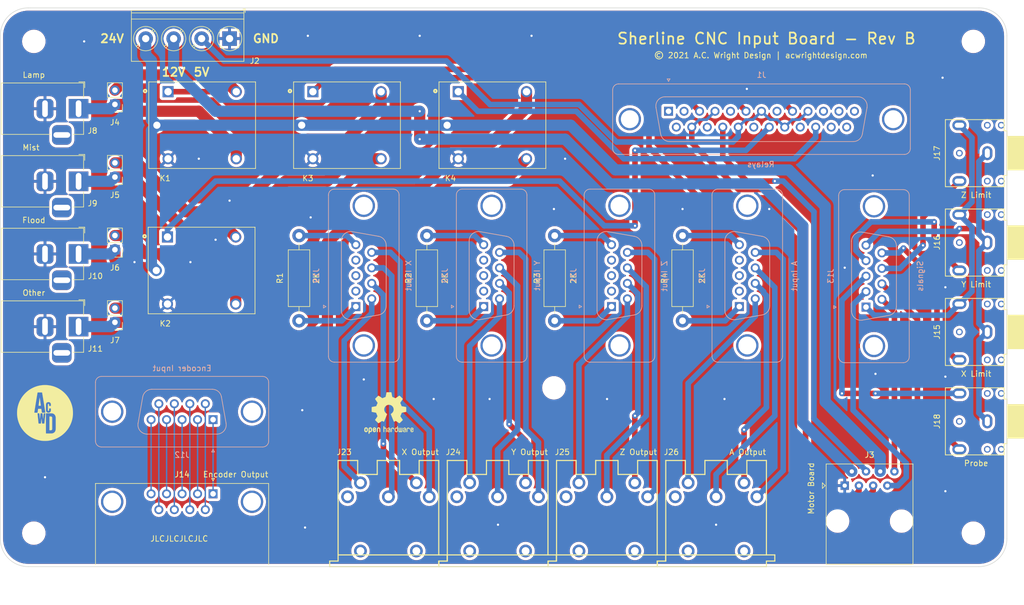
<source format=kicad_pcb>
(kicad_pcb (version 20211014) (generator pcbnew)
  (title_block (title "Sherline CNC Conversion - Input Board") (date "2022-02-10") (rev "B") (company "A.C. Wright Design"))
  (layers (0 "F.Cu" signal) (31 "B.Cu" signal) (34 "B.Paste" user) (35 "F.Paste" user) (36 "B.SilkS" user "B.Silkscreen") (37 "F.SilkS" user "F.Silkscreen") (38 "B.Mask" user) (39 "F.Mask" user) (44 "Edge.Cuts" user))
  (net 0 "")
  (net 3 "FWD")
  (net 4 "FWD_REV_COM")
  (net 6 "Net-(J1-Pad6)")
  (net 7 "5V")
  (net 9 "Net-(J1-Pad9)")
  (net 15 "REV")
  (net 17 "Net-(J1-Pad20)")
  (net 19 "Net-(J1-Pad23)")
  (net 22 "GND")
  (net 23 "24V")
  (net 24 "SPINDLE_COM")
  (net 25 "SPINDLE_0_10V")
  (net 26 "Net-(J4-Pad1)")
  (net 27 "Net-(J4-Pad2)")
  (net 28 "Net-(J5-Pad1)")
  (net 29 "Net-(J5-Pad2)")
  (net 30 "Net-(J10-Pad1)")
  (net 31 "Net-(J6-Pad2)")
  (net 32 "Net-(J11-Pad1)")
  (net 33 "Net-(J7-Pad2)")
  (net 34 "Net-(J12-Pad1)")
  (net 35 "Net-(J12-Pad2)")
  (net 36 "Net-(J12-Pad3)")
  (net 37 "Net-(J12-Pad4)")
  (net 38 "Net-(J12-Pad5)")
  (net 39 "Net-(J12-Pad6)")
  (net 40 "Net-(J12-Pad7)")
  (net 41 "Net-(J12-Pad8)")
  (net 42 "Net-(J12-Pad9)")
  (net 43 "/ACC_24V")
  (net 44 "/PROBE_TRIGGER")
  (net 45 "/Y_LIMIT")
  (net 46 "/ACC_GND")
  (net 47 "/PROBE_DETECT")
  (net 48 "/Z_LIMIT")
  (net 49 "/X_LIMIT")
  (net 50 "Net-(J19-Pad1)")
  (net 54 "Net-(J19-Pad5)")
  (net 55 "Net-(J19-Pad6)")
  (net 56 "Net-(J19-Pad7)")
  (net 57 "Net-(J19-Pad8)")
  (net 58 "Net-(J19-Pad9)")
  (net 59 "Net-(J20-Pad1)")
  (net 63 "Net-(J20-Pad5)")
  (net 64 "Net-(J20-Pad6)")
  (net 65 "Net-(J20-Pad7)")
  (net 66 "Net-(J20-Pad8)")
  (net 67 "Net-(J20-Pad9)")
  (net 68 "Net-(J21-Pad1)")
  (net 72 "Net-(J21-Pad5)")
  (net 73 "Net-(J21-Pad6)")
  (net 74 "Net-(J21-Pad7)")
  (net 75 "Net-(J21-Pad8)")
  (net 76 "Net-(J21-Pad9)")
  (net 77 "Net-(J22-Pad1)")
  (net 81 "Net-(J22-Pad5)")
  (net 82 "Net-(J22-Pad6)")
  (net 83 "Net-(J22-Pad7)")
  (net 84 "Net-(J22-Pad8)")
  (net 85 "Net-(J22-Pad9)")
  (net 90 "12V")
  (footprint "Connector_PinHeader_2.54mm:PinHeader_1x02_P2.54mm_Vertical" (layer "F.Cu") (at 72.5 70.275 180)
    (fp_text reference "J5")
    (fp_text value "Conn_01x02" hide)
  )
  (footprint "Connector_BarrelJack:BarrelJack_Horizontal" (layer "F.Cu") (at 66 58.0425)
    (fp_text reference "J8")
    (fp_text value "Lamp")
  )
  (footprint "PJ-307:PJ-307-3" (layer "F.Cu") (at 225.5 114 180)
    (fp_text reference "J18")
    (fp_text value "Probe")
  )
  (footprint "Connector_PinHeader_2.54mm:PinHeader_1x02_P2.54mm_Vertical" (layer "F.Cu") (at 72.5 57.275 180)
    (fp_text reference "J4")
    (fp_text value "Conn_01x02" hide)
  )
  (footprint "Connector_Dsub:DSUB-9_Female_Horizontal_P2.77x2.84mm_EdgePinOffset9.90mm_Housed_MountingHolesOffset11.32mm" (layer "F.Cu") (at 90.05 126.969669)
    (fp_text reference "J14")
    (fp_text value "Encoder Output")
  )
  (footprint "Connector_PinHeader_2.54mm:PinHeader_1x02_P2.54mm_Vertical" (layer "F.Cu") (at 72.5 96.275 180)
    (fp_text reference "J7")
    (fp_text value "Conn_01x02" hide)
  )
  (footprint "Connector_BarrelJack:BarrelJack_Horizontal" (layer "F.Cu") (at 66 97.0425)
    (fp_text reference "J11")
    (fp_text value "Other")
  )
  (footprint "SRD-05VDC-SL-C:SRD-05VDC-SL-C" (layer "F.Cu") (at 114 61)
    (fp_text reference "K3")
    (fp_text value "SRD-05VDC-SL-C" hide)
  )
  (footprint "Connector_BarrelJack:BarrelJack_Horizontal" (layer "F.Cu") (at 66 71.0425)
    (fp_text reference "J9")
    (fp_text value "Mist")
  )
  (footprint "TerminalBlock_Phoenix:TerminalBlock_Phoenix_PT-1,5-4-5.0-H_1x04_P5.00mm_Horizontal" (layer "F.Cu") (at 93 45.5 180)
    (fp_text reference "J2")
    (fp_text value "Power")
  )
  (footprint "Resistor_THT:R_Axial_DIN0411_L9.9mm_D3.6mm_P15.24mm_Horizontal" (layer "F.Cu") (at 128.28 96 90)
    (fp_text reference "R2")
    (fp_text value "2K")
  )
  (footprint "MountingHole:MountingHole_3.2mm_M3" (layer "F.Cu") (at 58 134)
    (fp_text reference "H2" hide)
    (fp_text value "MountingHole_Pad" hide)
  )
  (footprint "Connector_PinHeader_2.54mm:PinHeader_1x02_P2.54mm_Vertical" (layer "F.Cu") (at 72.5 83.275 180)
    (fp_text reference "J6")
    (fp_text value "Conn_01x02" hide)
  )
  (footprint "Resistor_THT:R_Axial_DIN0411_L9.9mm_D3.6mm_P15.24mm_Horizontal" (layer "F.Cu") (at 105.42 96 90)
    (fp_text reference "R1")
    (fp_text value "2K")
  )
  (footprint "SRD-05VDC-SL-C:SRD-05VDC-SL-C" (layer "F.Cu") (at 88.1 61)
    (fp_text reference "K1")
    (fp_text value "SRD-05VDC-SL-C" hide)
  )
  (footprint "PJ-307:PJ-307-3" (layer "F.Cu") (at 225.5 82 180)
    (fp_text reference "J16")
    (fp_text value "Y Limit")
  )
  (footprint "DIN5-RA-PTH:DIN5-RA-PTH" (layer "F.Cu") (at 121.405671 140)
    (fp_text reference "J23")
    (fp_text value "X Output")
  )
  (footprint "DIN5-RA-PTH:DIN5-RA-PTH" (layer "F.Cu") (at 160.468557 140)
    (fp_text reference "J25")
    (fp_text value "Z Output")
  )
  (footprint "MountingHole:MountingHole_3.2mm_M3" (layer "F.Cu") (at 226 134)
    (fp_text reference "H3" hide)
    (fp_text value "MountingHole_Pad" hide)
  )
  (footprint "MountingHole:MountingHole_3.2mm_M3" (layer "F.Cu") (at 58 46)
    (fp_text reference "H1" hide)
    (fp_text value "MountingHole_Pad" hide)
  )
  (footprint "SRD-05VDC-SL-C:SRD-05VDC-SL-C" (layer "F.Cu") (at 88 87)
    (fp_text reference "K2")
    (fp_text value "SRD-05VDC-SL-C" hide)
  )
  (footprint "PJ-307:PJ-307-3" (layer "F.Cu") (at 225.5 98 180)
    (fp_text reference "J15")
    (fp_text value "X Limit")
  )
  (footprint "Symbol:OSHW-Logo2_9.8x8mm_SilkScreen" (layer "F.Cu") (at 121.5 112.5)
    (fp_text reference "REF**" hide)
    (fp_text value "OSHW-Logo2_9.8x8mm_SilkScreen" hide)
  )
  (footprint "PJ-307:PJ-307-3" (layer "F.Cu") (at 225.5 66 180)
    (fp_text reference "J17")
    (fp_text value "Z Limit")
  )
  (footprint "Connector_BarrelJack:BarrelJack_Horizontal" (layer "F.Cu") (at 66 84.0425)
    (fp_text reference "J10")
    (fp_text value "Flood")
  )
  (footprint "MountingHole:MountingHole_3.2mm_M3" (layer "F.Cu") (at 226 46)
    (fp_text reference "H4" hide)
    (fp_text value "MountingHole_Pad" hide)
  )
  (footprint "A.C. Wright Logo:A.C. Wright Logo 10mm" (layer "F.Cu") (at 60 112.5)
    (fp_text reference "G***" hide)
    (fp_text value "LOGO" hide)
  )
  (footprint "Connector_RJ:RJ45_Amphenol_54602-x08_Horizontal" (layer "F.Cu") (at 203 125.5)
    (fp_text reference "J3")
    (fp_text value "Motor Board")
  )
  (footprint "Resistor_THT:R_Axial_DIN0411_L9.9mm_D3.6mm_P15.24mm_Horizontal" (layer "F.Cu") (at 174 96 90)
    (fp_text reference "R4")
    (fp_text value "2K")
  )
  (footprint "DIN5-RA-PTH:DIN5-RA-PTH" (layer "F.Cu") (at 140.937114 140)
    (fp_text reference "J24")
    (fp_text value "Y Output")
  )
  (footprint "Resistor_THT:R_Axial_DIN0411_L9.9mm_D3.6mm_P15.24mm_Horizontal" (layer "F.Cu") (at 151.14 96 90)
    (fp_text reference "R3")
    (fp_text value "2K")
  )
  (footprint "MountingHole:MountingHole_3.2mm_M3" (layer "F.Cu") (at 151 108)
    (fp_text reference "H5" hide)
    (fp_text value "MountingHole_Pad" hide)
  )
  (footprint "DIN5-RA-PTH:DIN5-RA-PTH" (layer "F.Cu") (at 180 140)
    (fp_text reference "J26")
    (fp_text value "A Output")
  )
  (footprint "SRD-05VDC-SL-C:SRD-05VDC-SL-C" (layer "F.Cu") (at 140 61)
    (fp_text reference "K4")
    (fp_text value "SRD-05VDC-SL-C" hide)
  )
  (footprint "Connector_Dsub:DSUB-9_Female_Vertical_P2.77x2.84mm_MountingHoles" (layer "B.Cu") (at 184.16 93.46 -90)
    (fp_text reference "J22")
    (fp_text value "A Input")
  )
  (footprint "Connector_Dsub:DSUB-25_Female_Vertical_P2.77x2.84mm_MountingHoles" (layer "B.Cu") (at 171.5 58.5 180)
    (fp_text reference "J1")
    (fp_text value "Relays")
  )
  (footprint "Connector_Dsub:DSUB-9_Female_Vertical_P2.77x2.84mm_MountingHoles" (layer "B.Cu") (at 206.809669 93.55 -90)
    (fp_text reference "J13")
    (fp_text value "Signals")
  )
  (footprint "Connector_Dsub:DSUB-9_Female_Vertical_P2.77x2.84mm_MountingHoles" (layer "B.Cu") (at 90.05 113.690331)
    (fp_text reference "J12")
    (fp_text value "Encoder Input")
  )
  (footprint "Connector_Dsub:DSUB-9_Female_Vertical_P2.77x2.84mm_MountingHoles" (layer "B.Cu") (at 161.3 93.46 -90)
    (fp_text reference "J21")
    (fp_text value "Z Input")
  )
  (footprint "Connector_Dsub:DSUB-9_Female_Vertical_P2.77x2.84mm_MountingHoles" (layer "B.Cu") (at 138.44 93.46 -90)
    (fp_text reference "J20")
    (fp_text value "Y Input")
  )
  (footprint "Connector_Dsub:DSUB-9_Female_Vertical_P2.77x2.84mm_MountingHoles" (layer "B.Cu") (at 115.58 93.46 -90)
    (fp_text reference "J19")
    (fp_text value "X Input")
  )
  (gr_arc (start 52 45) (mid 53.464466 41.464466) (end 57 40) (layer "Edge.Cuts") (width 0.1))
  (gr_line (start 52 45) (end 52 135) (layer "Edge.Cuts") (width 0.1))
  (gr_arc (start 57 140) (mid 53.464466 138.535534) (end 52 135) (layer "Edge.Cuts") (width 0.1))
  (gr_line (start 227 40) (end 57 40) (layer "Edge.Cuts") (width 0.1))
  (gr_line (start 57 140) (end 227 140) (layer "Edge.Cuts") (width 0.1))
  (gr_line (start 232 135) (end 232 45) (layer "Edge.Cuts") (width 0.1))
  (gr_arc (start 232 135) (mid 230.535534 138.535534) (end 227 140) (layer "Edge.Cuts") (width 0.1))
  (gr_arc (start 227 40) (mid 230.535534 41.464466) (end 232 45) (layer "Edge.Cuts") (width 0.1))
  (gr_text "12V" (at 83 51.5) (layer "F.SilkS") (effects (font (size 1.5 1.5) (thickness 0.3))))
  (gr_text "JLCJLCJLCJLC" (at 84 135) (layer "F.SilkS") (effects (font (size 1 1))))
  (gr_text "5V" (at 88 51.5) (layer "F.SilkS") (effects (font (size 1.5 1.5) (thickness 0.3))))
  (gr_text "24V" (at 72 45.5) (layer "F.SilkS") (effects (font (size 1.5 1.5) (thickness 0.3))))
  (gr_text "GND" (at 99.5 45.5) (layer "F.SilkS") (effects (font (size 1.5 1.5) (thickness 0.3))))
  (gr_text "Sherline CNC Input Board - Rev B" (at 189 45.5) (layer "F.SilkS") (effects (font (size 2 2) (thickness 0.3))))
  (gr_text "© 2021 A.C. Wright Design | acwrightdesign.com" (at 188 48.5) (layer "F.SilkS") (effects (font (size 1 1))))
  (segment (start 168 58) (end 168 65) (width 1) (layer "F.Cu") (net 3))
  (segment (start 194 81) (end 194 125.348188) (width 1) (layer "F.Cu") (net 3))
  (segment (start 181.5 78.5) (end 191.5 78.5) (width 1) (layer "F.Cu") (net 3))
  (segment (start 174.54 56) (end 170 56) (width 1) (layer "F.Cu") (net 3))
  (segment (start 194 125.348188) (end 197.651812 129) (width 1) (layer "F.Cu") (net 3))
  (segment (start 197.651812 129) (end 205.5 129) (width 1) (layer "F.Cu") (net 3))
  (segment (start 205.5 129) (end 208.08 126.42) (width 1) (layer "F.Cu") (net 3))
  (segment (start 208.08 126.42) (end 208.08 125.5) (width 1) (layer "F.Cu") (net 3))
  (segment (start 170 56) (end 168 58) (width 1) (layer "F.Cu") (net 3))
  (segment (start 168 65) (end 181.5 78.5) (width 1) (layer "F.Cu") (net 3))
  (segment (start 177.04 58.5) (end 174.54 56) (width 1) (layer "F.Cu") (net 3))
  (segment (start 191.5 78.5) (end 194 81) (width 1) (layer "F.Cu") (net 3))
  (segment (start 189.5 72.5) (end 196 79) (width 1) (layer "F.Cu") (net 4))
  (segment (start 184 72.5) (end 189.5 72.5) (width 1) (layer "F.Cu") (net 4))
  (segment (start 175.655 61.34) (end 175.655 64.155) (width 1) (layer "F.Cu") (net 4))
  (segment (start 205.54 126.46) (end 205.54 125.5) (width 1) (layer "F.Cu") (net 4))
  (segment (start 196 79) (end 196 125) (width 1) (layer "F.Cu") (net 4))
  (segment (start 175.655 64.155) (end 184 72.5) (width 1) (layer "F.Cu") (net 4))
  (segment (start 204.5 127.5) (end 205.54 126.46) (width 1) (layer "F.Cu") (net 4))
  (segment (start 196 125) (end 198.5 127.5) (width 1) (layer "F.Cu") (net 4))
  (segment (start 198.5 127.5) (end 204.5 127.5) (width 1) (layer "F.Cu") (net 4))
  (segment (start 178.31 60) (end 179.81 58.5) (width 0.5) (layer "B.Cu") (net 4))
  (segment (start 176.995 60) (end 178.31 60) (width 0.5) (layer "B.Cu") (net 4))
  (segment (start 175.655 61.34) (end 176.995 60) (width 0.5) (layer "B.Cu") (net 4))
  (segment (start 92.5 57) (end 109.5 57) (width 1) (layer "F.Cu") (net 6))
  (segment (start 109.5 57) (end 114 52.5) (width 1) (layer "F.Cu") (net 6))
  (segment (start 90.5 55) (end 92.5 57) (width 1) (layer "F.Cu") (net 6))
  (segment (start 179.35 52.5) (end 185.35 58.5) (width 1) (layer "F.Cu") (net 6))
  (segment (start 82 55) (end 90.5 55) (width 1) (layer "F.Cu") (net 6))
  (segment (start 114 52.5) (end 179.35 52.5) (width 1) (layer "F.Cu") (net 6))
  (segment (start 190.935 60) (end 189.62 60) (width 0.5) (layer "B.Cu") (net 7))
  (segment (start 155.496858 57.30048) (end 162.196378 64) (width 1) (layer "B.Cu") (net 7))
  (segment (start 189.62 60) (end 188.12 58.5) (width 0.5) (layer "B.Cu") (net 7))
  (segment (start 139.579502 57.30048) (end 155.496858 57.30048) (width 1) (layer "B.Cu") (net 7))
  (segment (start 162.196378 64) (end 183 64) (width 1) (layer "B.Cu") (net 7))
  (segment (start 185.305 60) (end 186.62 60) (width 0.5) (layer "B.Cu") (net 7))
  (segment (start 192.275 61.34) (end 193.615 60) (width 0.5) (layer "B.Cu") (net 7))
  (segment (start 183.965 63.035) (end 183.965 61.34) (width 1) (layer "B.Cu") (net 7))
  (segment (start 88 45.5) (end 92 49.5) (width 1) (layer "B.Cu") (net 7))
  (segment (start 192.275 61.34) (end 190.935 60) (width 0.5) (layer "B.Cu") (net 7))
  (segment (start 194.93 60) (end 196.43 58.5) (width 0.5) (layer "B.Cu") (net 7))
  (segment (start 183.965 61.34) (end 185.305 60) (width 0.5) (layer "B.Cu") (net 7))
  (segment (start 131.779022 49.5) (end 139.579502 57.30048) (width 1) (layer "B.Cu") (net 7))
  (segment (start 193.615 60) (end 194.93 60) (width 0.5) (layer "B.Cu") (net 7))
  (segment (start 92 49.5) (end 131.779022 49.5) (width 1) (layer "B.Cu") (net 7))
  (segment (start 183 64) (end 183.965 63.035) (width 1) (layer "B.Cu") (net 7))
  (segment (start 186.62 60) (end 188.12 58.5) (width 0.5) (layer "B.Cu") (net 7))
  (segment (start 186.16 51) (end 111.9 51) (width 1) (layer "F.Cu") (net 9))
  (segment (start 111.9 51) (end 107.9 55) (width 1) (layer "F.Cu") (net 9))
  (segment (start 193.66 58.5) (end 186.16 51) (width 1) (layer "F.Cu") (net 9))
  (segment (start 181.195 66.695) (end 185.5 71) (width 1) (layer "F.Cu") (net 15))
  (segment (start 185.5 71) (end 190.5 71) (width 1) (layer "F.Cu") (net 15))
  (segment (start 181.195 61.34) (end 181.195 66.695) (width 1) (layer "F.Cu") (net 15))
  (via (at 190.5 71) (size 1) (drill 0.4) (layers "F.Cu" "B.Cu") (net 15))
  (segment (start 197.5 113.5) (end 206.81 122.81) (width 1) (layer "B.Cu") (net 15))
  (segment (start 190.5 71) (end 192 71) (width 1) (layer "B.Cu") (net 15))
  (segment (start 197.5 76.5) (end 197.5 113.5) (width 1) (layer "B.Cu") (net 15))
  (segment (start 192 71) (end 197.5 76.5) (width 1) (layer "B.Cu") (net 15))
  (segment (start 206.81 122.81) (end 206.81 122.96) (width 1) (layer "B.Cu") (net 15))
  (segment (start 165.5 65.5) (end 165.5 79) (width 1) (layer "F.Cu") (net 17))
  (via (at 165.5 79) (size 1) (drill 0.4) (layers "F.Cu" "B.Cu") (net 17))
  (via (at 165.5 65.5) (size 1) (drill 0.4) (layers "F.Cu" "B.Cu") (net 17))
  (segment (start 160 79) (end 152 71) (width 1) (layer "B.Cu") (net 17))
  (segment (start 165.5 79) (end 160 79) (width 1) (layer "B.Cu") (net 17))
  (segment (start 81.9 79.6) (end 81.9 81) (width 1) (layer "B.Cu") (net 17))
  (segment (start 90.5 71) (end 81.9 79.6) (width 1) (layer "B.Cu") (net 17))
  (segment (start 185.345 65.5) (end 189.505 61.34) (width 1) (layer "B.Cu") (net 17))
  (segment (start 152 71) (end 90.5 71) (width 1) (layer "B.Cu") (net 17))
  (segment (start 165.5 65.5) (end 185.345 65.5) (width 1) (layer "B.Cu") (net 17))
  (segment (start 194 67) (end 197.815 63.185) (width 1) (layer "B.Cu") (net 19))
  (segment (start 163.5 67) (end 194 67) (width 1) (layer "B.Cu") (net 19))
  (segment (start 137.4 58.5) (end 155 58.5) (width 1) (layer "B.Cu") (net 19))
  (segment (start 155 58.5) (end 163.5 67) (width 1) (layer "B.Cu") (net 19))
  (segment (start 133.9 55) (end 137.4 58.5) (width 1) (layer "B.Cu") (net 19))
  (segment (start 197.815 63.185) (end 197.815 61.34) (width 1) (layer "B.Cu") (net 19))
  (via (at 221 126.5) (size 1) (drill 0.4) (layers "F.Cu" "B.Cu") (net 22))
  (via (at 139.5 110) (size 1) (drill 0.4) (layers "F.Cu" "B.Cu") (net 22))
  (via (at 221 90) (size 1) (drill 0.4) (layers "F.Cu" "B.Cu") (net 22))
  (via (at 129.5 110) (size 1) (drill 0.4) (layers "F.Cu" "B.Cu") (net 22))
  (via (at 147 45) (size 1) (drill 0.4) (layers "F.Cu" "B.Cu") (net 22))
  (via (at 208 70) (size 1) (drill 0.4) (layers "F.Cu" "B.Cu") (net 22))
  (via (at 221 106) (size 1) (drill 0.4) (layers "F.Cu" "B.Cu") (net 22))
  (via (at 181.5 110) (size 1) (drill 0.4) (layers "F.Cu" "B.Cu") (net 22))
  (via (at 107.5 77.5) (size 1) (drill 0.4) (layers "F.Cu" "B.Cu") (net 22))
  (via (at 60 124) (size 1) (drill 0.4) (layers "F.Cu" "B.Cu") (net 22))
  (via (at 117 106.5) (size 1) (drill 0.4) (layers "F.Cu" "B.Cu") (net 22))
  (via (at 220.5 52.5) (size 1) (drill 0.4) (layers "F.Cu" "B.Cu") (net 22))
  (via (at 67 46) (size 1) (drill 0.4) (layers "F.Cu" "B.Cu") (net 22))
  (via (at 160.5 110) (size 1) (drill 0.4) (layers "F.Cu" "B.Cu") (net 22))
  (via (at 203 86.5) (size 1) (drill 0.4) (layers "F.Cu" "B.Cu") (net 22))
  (via (at 76 85.5) (size 1) (drill 0.4) (layers "F.Cu" "B.Cu") (net 22))
  (via (at 90.5 81.5) (size 1) (drill 0.4) (layers "F.Cu" "B.Cu") (net 22))
  (via (at 86 85.5) (size 1) (drill 0.4) (layers "F.Cu" "B.Cu") (net 22))
  (via (at 174 76) (size 1) (drill 0.4) (layers "F.Cu" "B.Cu") (net 22))
  (via (at 106.5 133) (size 1) (drill 0.4) (layers "F.Cu" "B.Cu") (net 22))
  (via (at 127 45) (size 1) (drill 0.4) (layers "F.Cu" "B.Cu") (net 22))
  (via (at 87.5 67) (size 1) (drill 0.4) (layers "F.Cu" "B.Cu") (net 22))
  (via (at 141 132.5) (size 1) (drill 0.4) (layers "F.Cu" "B.Cu") (net 22))
  (via (at 208.5 105.5) (size 1) (drill 0.4) (layers "F.Cu" "B.Cu") (net 22))
  (via (at 107 45) (size 1) (drill 0.4) (layers "F.Cu" "B.Cu") (net 22))
  (via (at 151 76) (size 1) (drill 0.4) (layers "F.Cu" "B.Cu") (net 22))
  (via (at 153 67) (size 1) (drill 0.4) (layers "F.Cu" "B.Cu") (net 22))
  (via (at 185.5 54.5) (size 1) (drill 0.4) (layers "F.Cu" "B.Cu") (net 22))
  (via (at 93 74.5) (size 1) (drill 0.4) (layers "F.Cu" "B.Cu") (net 22))
  (via (at 106 112) (size 1) (drill 0.4) (layers "F.Cu" "B.Cu") (net 22))
  (via (at 189.5 76) (size 1) (drill 0.4) (layers "F.Cu" "B.Cu") (net 22))
  (via (at 180 132.5) (size 1) (drill 0.4) (layers "F.Cu" "B.Cu") (net 22))
  (segment (start 79.0325 60.0325) (end 80 61) (width 2) (layer "B.Cu") (net 23))
  (segment (start 105.9 61) (end 131.9 61) (width 2) (layer "B.Cu") (net 23))
  (segment (start 199.5 110.5) (end 209.35 120.35) (width 2) (layer "B.Cu") (net 23))
  (segment (start 80 61) (end 79.0325 61.9675) (width 2) (layer "B.Cu") (net 23))
  (segment (start 209.35 120.35) (end 209.35 122.96) (width 2) (layer "B.Cu") (net 23))
  (segment (start 79.0325 86.1325) (end 79.9 87) (width 2) (layer "B.Cu") (net 23))
  (segment (start 193 69) (end 199.5 75.5) (width 2) (layer "B.Cu") (net 23))
  (segment (start 79.0325 61.9675) (end 79.0325 86.1325) (width 2) (layer "B.Cu") (net 23))
  (segment (start 154 61) (end 162 69) (width 2) (layer "B.Cu") (net 23))
  (segment (start 80 61) (end 105.9 61) (width 2) (layer "B.Cu") (net 23))
  (segment (start 78 45.5) (end 78 48.435) (width 2) (layer "B.Cu") (net 23))
  (segment (start 131.9 61) (end 154 61) (width 2) (layer "B.Cu") (net 23))
  (segment (start 79.0325 49.4675) (end 79.0325 60.0325) (width 2) (layer "B.Cu") (net 23))
  (segment (start 78 48.435) (end 79.0325 49.4675) (width 2) (layer "B.Cu") (net 23))
  (segment (start 162 69) (end 193 69) (width 2) (layer "B.Cu") (net 23))
  (segment (start 199.5 75.5) (end 199.5 110.5) (width 2) (layer "B.Cu") (net 23))
  (segment (start 212.5 125.5) (end 210.62 125.5) (width 1) (layer "B.Cu") (net 24))
  (segment (start 204.5 112) (end 214 121.5) (width 1) (layer "B.Cu") (net 24))
  (segment (start 214 121.5) (end 214 124) (width 1) (layer "B.Cu") (net 24))
  (segment (start 204.5 93.089669) (end 204.5 112) (width 1) (layer "B.Cu") (net 24))
  (segment (start 214 124) (end 212.5 125.5) (width 1) (layer "B.Cu") (net 24))
  (segment (start 206.809669 90.78) (end 204.5 93.089669) (width 1) (layer "B.Cu") (net 24))
  (segment (start 209.649669 92.165) (end 211.89 94.405331) (width 1) (layer "F.Cu") (net 25))
  (segment (start 211.89 94.405331) (end 211.89 122.96) (width 1) (layer "F.Cu") (net 25))
  (segment (start 87.5 58.5) (end 94.2 65.2) (width 2) (layer "F.Cu") (net 26))
  (segment (start 75.775 57.275) (end 77 58.5) (width 2) (layer "F.Cu") (net 26))
  (segment (start 72.5 57.275) (end 75.775 57.275) (width 2) (layer "F.Cu") (net 26))
  (segment (start 94.2 65.2) (end 94.2 67) (width 2) (layer "F.Cu") (net 26))
  (segment (start 77 58.5) (end 87.5 58.5) (width 2) (layer "F.Cu") (net 26))
  (segment (start 66 58.0425) (end 71.7325 58.0425) (width 2) (layer "B.Cu") (net 26))
  (segment (start 71.7325 58.0425) (end 72.5 57.275) (width 2) (layer "B.Cu") (net 26))
  (segment (start 75.235 52) (end 91.2 52) (width 2) (layer "F.Cu") (net 27))
  (segment (start 72.5 54.735) (end 75.235 52) (width 2) (layer "F.Cu") (net 27))
  (segment (start 91.2 52) (end 94.2 55) (width 2) (layer "F.Cu") (net 27))
  (segment (start 72.5 70.275) (end 75.554022 70.275) (width 2) (layer "F.Cu") (net 28))
  (segment (start 94.1 88.820978) (end 94.1 93) (width 2) (layer "F.Cu") (net 28))
  (segment (start 75.554022 70.275) (end 94.1 88.820978) (width 2) (layer "F.Cu") (net 28))
  (segment (start 71.7325 71.0425) (end 72.5 70.275) (width 2) (layer "B.Cu") (net 28))
  (segment (start 66 71.0425) (end 71.7325 71.0425) (width 2) (layer "B.Cu") (net 28))
  (segment (start 89.6 76.5) (end 94.1 81) (width 2) (layer "F.Cu") (net 29))
  (segment (start 85.265 76.5) (end 89.6 76.5) (width 2) (layer "F.Cu") (net 29))
  (segment (start 76.5 67.735) (end 85.265 76.5) (width 2) (layer "F.Cu") (net 29))
  (segment (start 72.5 67.735) (end 76.5 67.735) (width 2) (layer "F.Cu") (net 29))
  (segment (start 96.5 99.5) (end 99.5 96.5) (width 2) (layer "F.Cu") (net 30))
  (segment (start 103 71) (end 110.5 71) (width 2) (layer "F.Cu") (net 30))
  (segment (start 110.5 71) (end 114.5 67) (width 2) (layer "F.Cu") (net 30))
  (segment (start 77.5 90) (end 83 90) (width 2) (layer "F.Cu") (net 30))
  (segment (start 72.5 85) (end 77.5 90) (width 2) (layer "F.Cu") (net 30))
  (segment (start 72.5 83.275) (end 72.5 85) (width 2) (layer "F.Cu") (net 30))
  (segment (start 92.5 99.5) (end 96.5 99.5) (width 2) (layer "F.Cu") (net 30))
  (segment (start 114.5 67) (end 120.1 67) (width 2) (layer "F.Cu") (net 30))
  (segment (start 99.5 96.5) (end 99.5 74.5) (width 2) (layer "F.Cu") (net 30))
  (segment (start 83 90) (end 92.5 99.5) (width 2) (layer "F.Cu") (net 30))
  (segment (start 99.5 74.5) (end 103 71) (width 2) (layer "F.Cu") (net 30))
  (segment (start 66 84.0425) (end 71.7325 84.0425) (width 2) (layer "B.Cu") (net 30))
  (segment (start 71.7325 84.0425) (end 72.5 83.275) (width 2) (layer "B.Cu") (net 30))
  (segment (start 80.5 84) (end 78 84) (width 2) (layer "F.Cu") (net 31))
  (segment (start 120.1 55) (end 120.1 57.4) (width 2) (layer "F.Cu") (net 31))
  (segment (start 114 63.5) (end 107 63.5) (width 2) (layer "F.Cu") (net 31))
  (segment (start 107 63.5) (end 97 73.5) (width 2) (layer "F.Cu") (net 31))
  (segment (start 78 84) (end 74.735 80.735) (width 2) (layer "F.Cu") (net 31))
  (segment (start 95.5 97) (end 93.5 97) (width 2) (layer "F.Cu") (net 31))
  (segment (start 97 95.5) (end 95.5 97) (width 2) (layer "F.Cu") (net 31))
  (segment (start 120.1 57.4) (end 114 63.5) (width 2) (layer "F.Cu") (net 31))
  (segment (start 74.735 80.735) (end 72.5 80.735) (width 2) (layer "F.Cu") (net 31))
  (segment (start 93.5 97) (end 80.5 84) (width 2) (layer "F.Cu") (net 31))
  (segment (start 97 73.5) (end 97 95.5) (width 2) (layer "F.Cu") (net 31))
  (segment (start 142.6 70.5) (end 146.1 67) (width 2) (layer "F.Cu") (net 32))
  (segment (start 123.5 79.5) (end 132.5 70.5) (width 2) (layer "F.Cu") (net 32))
  (segment (start 77.025 96.275) (end 79.25 98.5) (width 2) (layer "F.Cu") (net 32))
  (segment (start 113 79.5) (end 123.5 79.5) (width 2) (layer "F.Cu") (net 32))
  (segment (start 110.5 97) (end 110.5 82) (width 2) (layer "F.Cu") (net 32))
  (segment (start 90.5 104.5) (end 103 104.5) (width 2) (layer "F.Cu") (net 32))
  (segment (start 79.25 98.5) (end 84.5 98.5) (width 2) (layer "F.Cu") (net 32))
  (segment (start 84.5 98.5) (end 90.5 104.5) (width 2) (layer "F.Cu") (net 32))
  (segment (start 110.5 82) (end 113 79.5) (width 2) (layer "F.Cu") (net 32))
  (segment (start 132.5 70.5) (end 142.6 70.5) (width 2) (layer "F.Cu") (net 32))
  (segment (start 72.5 96.275) (end 77.025 96.275) (width 2) (layer "F.Cu") (net 32))
  (segment (start 103 104.5) (end 110.5 97) (width 2) (layer "F.Cu") (net 32))
  (segment (start 66 97.0425) (end 71.7325 97.0425) (width 2) (layer "B.Cu") (net 32))
  (segment (start 71.7325 97.0425) (end 72.5 96.275) (width 2) (layer "B.Cu") (net 32))
  (segment (start 140 64) (end 146.1 57.9) (width 2) (layer "F.Cu") (net 33))
  (segment (start 97.555296 102) (end 102 97.555296) (width 2) (layer "F.Cu") (net 33))
  (segment (start 102 97.555296) (end 102 75.5) (width 2) (layer "F.Cu") (net 33))
  (segment (start 91.5 102) (end 97.555296 102) (width 2) (layer "F.Cu") (net 33))
  (segment (start 80.5 96) (end 85.5 96) (width 2) (layer "F.Cu") (net 33))
  (segment (start 85.5 96) (end 91.5 102) (width 2) (layer "F.Cu") (net 33))
  (segment (start 132 64) (end 140 64) (width 2) (layer "F.Cu") (net 33))
  (segment (start 146.1 57.9) (end 146.1 55) (width 2) (layer "F.Cu") (net 33))
  (segment (start 78.235 93.735) (end 80.5 96) (width 2) (layer "F.Cu") (net 33))
  (segment (start 111.805296 73.5) (end 115.305296 70) (width 2) (layer "F.Cu") (net 33))
  (segment (start 72.5 93.735) (end 78.235 93.735) (width 2) (layer "F.Cu") (net 33))
  (segment (start 104 73.5) (end 111.805296 73.5) (width 2) (layer "F.Cu") (net 33))
  (segment (start 126 70) (end 132 64) (width 2) (layer "F.Cu") (net 33))
  (segment (start 102 75.5) (end 104 73.5) (width 2) (layer "F.Cu") (net 33))
  (segment (start 115.305296 70) (end 126 70) (width 2) (layer "F.Cu") (net 33))
  (segment (start 90.05 113.690331) (end 90.05 126.969669) (width 0.25) (layer "B.Cu") (net 34))
  (segment (start 87.28 113.690331) (end 87.28 126.969669) (width 0.25) (layer "B.Cu") (net 35))
  (segment (start 84.51 113.690331) (end 84.51 126.969669) (width 0.25) (layer "B.Cu") (net 36))
  (segment (start 81.74 113.690331) (end 81.74 126.969669) (width 0.25) (layer "B.Cu") (net 37))
  (segment (start 78.97 113.690331) (end 78.97 126.969669) (width 0.25) (layer "B.Cu") (net 38))
  (segment (start 88.665 110.850331) (end 88.665 129.809669) (width 0.25) (layer "B.Cu") (net 39))
  (segment (start 85.895 110.850331) (end 85.895 129.809669) (width 0.25) (layer "B.Cu") (net 40))
  (segment (start 83.125 110.850331) (end 83.125 129.809669) (width 0.25) (layer "B.Cu") (net 41))
  (segment (start 80.355 110.850331) (end 80.355 129.809669) (width 0.25) (layer "B.Cu") (net 42))
  (segment (start 206.809669 93.55) (end 208.259669 95) (width 1) (layer "B.Cu") (net 43))
  (segment (start 221.5 95) (end 223.5 93) (width 1) (layer "B.Cu") (net 43))
  (segment (start 208.259669 95) (end 221.5 95) (width 1) (layer "B.Cu") (net 43))
  (segment (start 225.75 74.75) (end 223.5 77) (width 1) (layer "B.Cu") (net 43))
  (segment (start 225.75 79.25) (end 225.75 90.75) (width 1) (layer "B.Cu") (net 43))
  (segment (start 225.75 90.75) (end 223.5 93) (width 1) (layer "B.Cu") (net 43))
  (segment (start 223.5 61) (end 225.75 63.25) (width 1) (layer "B.Cu") (net 43))
  (segment (start 225.75 63.25) (end 225.75 74.75) (width 1) (layer "B.Cu") (net 43))
  (segment (start 223.5 77) (end 225.75 79.25) (width 1) (layer "B.Cu") (net 43))
  (segment (start 202.5 109) (end 208.5 109) (width 1) (layer "F.Cu") (net 44))
  (via (at 208.5 109) (size 1) (drill 0.4) (layers "F.Cu" "B.Cu") (net 44))
  (via (at 202.5 109) (size 1) (drill 0.4) (layers "F.Cu" "B.Cu") (net 44))
  (segment (start 206.809669 88.01) (end 202.5 92.319669) (width 1) (layer "B.Cu") (net 44))
  (segment (start 208.5 109) (end 223.5 109) (width 1) (layer "B.Cu") (net 44))
  (segment (start 202.5 92.319669) (end 202.5 109) (width 1) (layer "B.Cu") (net 44))
  (segment (start 219 82.5) (end 223.5 87) (width 1) (layer "F.Cu") (net 45))
  (segment (start 219 78.30048) (end 219 82.5) (width 1) (layer "F.Cu") (net 45))
  (via (at 219 78.30048) (size 1) (drill 0.4) (layers "F.Cu" "B.Cu") (net 45))
  (segment (start 205 83.430331) (end 205 81) (width 1) (layer "B.Cu") (net 45))
  (segment (start 207.69952 78.30048) (end 219 78.30048) (width 1) (layer "B.Cu") (net 45))
  (segment (start 205 81) (end 207.69952 78.30048) (width 1) (layer "B.Cu") (net 45))
  (segment (start 206.809669 85.24) (end 205 83.430331) (width 1) (layer "B.Cu") (net 45))
  (segment (start 223.5 79.5) (end 226 79.5) (width 1) (layer "F.Cu") (net 46))
  (segment (start 226 79.5) (end 228.5 82) (width 1) (layer "F.Cu") (net 46))
  (via (at 223.5 79.5) (size 1) (drill 0.4) (layers "F.Cu" "B.Cu") (net 46))
  (segment (start 227 96.5) (end 228.5 98) (width 1) (layer "B.Cu") (net 46))
  (segment (start 228.5 66) (end 227 67.5) (width 1) (layer "B.Cu") (net 46))
  (segment (start 227 67.5) (end 227 80.5) (width 1) (layer "B.Cu") (net 46))
  (segment (start 228.5 98) (end 227 99.5) (width 1) (layer "B.Cu") (net 46))
  (segment (start 206.809669 82.47) (end 209.279669 80) (width 1) (layer "B.Cu") (net 46))
  (segment (start 227 99.5) (end 227 112.5) (width 1) (layer "B.Cu") (net 46))
  (segment (start 228.5 82) (end 227 83.5) (width 1) (layer "B.Cu") (net 46))
  (segment (start 223 80) (end 223.5 79.5) (width 1) (layer "B.Cu") (net 46))
  (segment (start 227 80.5) (end 228.5 82) (width 1) (layer "B.Cu") (net 46))
  (segment (start 227 83.5) (end 227 96.5) (width 1) (layer "B.Cu") (net 46))
  (segment (start 227 112.5) (end 228.5 114) (width 1) (layer "B.Cu") (net 46))
  (segment (start 209.279669 80) (end 223 80) (width 1) (layer "B.Cu") (net 46))
  (segment (start 216 95.745331) (end 216 111.5) (width 1) (layer "F.Cu") (net 47))
  (segment (start 209.649669 89.395) (end 216 95.745331) (width 1) (layer "F.Cu") (net 47))
  (segment (start 216 111.5) (end 223.5 119) (width 1) (layer "F.Cu") (net 47))
  (segment (start 217 82.5) (end 217 77.5) (width 1) (layer "F.Cu") (net 48))
  (segment (start 217 77.5) (end 223.5 71) (width 1) (layer "F.Cu") (net 48))
  (via (at 217 82.5) (size 1) (drill 0.4) (layers "F.Cu" "B.Cu") (net 48))
  (segment (start 212.875 86.625) (end 217 82.5) (width 1) (layer "B.Cu") (net 48))
  (segment (start 209.649669 86.625) (end 212.875 86.625) (width 1) (layer "B.Cu") (net 48))
  (segment (start 223 103) (end 223.5 103) (width 1) (layer "F.Cu") (net 49))
  (segment (start 213.5 83) (end 219.5 89) (width 1) (layer "F.Cu") (net 49))
  (segment (start 219.5 89) (end 219.5 99.5) (width 1) (layer "F.Cu") (net 49))
  (segment (start 219.5 99.5) (end 223 103) (width 1) (layer "F.Cu") (net 49))
  (via (at 213.5 83) (size 1) (drill 0.4) (layers "F.Cu" "B.Cu") (net 49))
  (segment (start 209.649669 83.855) (end 212.645 83.855) (width 1) (layer "B.Cu") (net 49))
  (segment (start 212.645 83.855) (end 213.5 83) (width 1) (layer "B.Cu") (net 49))
  (segment (start 105.42 96) (end 113.04 96) (width 1) (layer "B.Cu") (net 50))
  (segment (start 113.04 96) (end 115.58 93.46) (width 1) (layer "B.Cu") (net 50))
  (segment (start 105.42 80.76) (end 113.96 80.76) (width 1) (layer "B.Cu") (net 54))
  (segment (start 113.96 80.76) (end 115.58 82.38) (width 1) (layer "B.Cu") (net 54))
  (segment (start 113.5 99.554022) (end 113.5 122.094349) (width 1) (layer "B.Cu") (net 55))
  (segment (start 118.42 92.075) (end 118.42 94.634022) (width 1) (layer "B.Cu") (net 55))
  (segment (start 118.42 94.634022) (end 113.5 99.554022) (width 1) (layer "B.Cu") (net 55))
  (segment (start 113.5 122.094349) (end 116.406951 125.0013) (width 1) (layer "B.Cu") (net 55))
  (segment (start 120.5 118) (end 120.5 119.096909) (width 1) (layer "F.Cu") (net 56))
  (segment (start 120.5 119.096909) (end 126.404391 125.0013) (width 1) (layer "F.Cu") (net 56))
  (via (at 120.5 118) (size 1) (drill 0.4) (layers "F.Cu" "B.Cu") (net 56))
  (segment (start 120.5 91.385) (end 120.5 98.5) (width 1) (layer "B.Cu") (net 56))
  (segment (start 120.5 98.5) (end 120.5 118) (width 1) (layer "B.Cu") (net 56))
  (segment (start 118.42 89.305) (end 120.5 91.385) (width 1) (layer "B.Cu") (net 56))
  (segment (start 118.42 86.535) (end 120.535 86.535) (width 1) (layer "B.Cu") (net 57))
  (segment (start 122 88) (end 122 126.906331) (width 1) (layer "B.Cu") (net 57))
  (segment (start 120.535 86.535) (end 122 88) (width 1) (layer "B.Cu") (net 57))
  (segment (start 122 126.906331) (end 121.405671 127.50066) (width 1) (layer "B.Cu") (net 57))
  (segment (start 123.5 85.5) (end 123.5 110.5) (width 1) (layer "B.Cu") (net 58))
  (segment (start 121.765 83.765) (end 123.5 85.5) (width 1) (layer "B.Cu") (net 58))
  (segment (start 128.705631 115.705631) (end 128.705631 127.50066) (width 1) (layer "B.Cu") (net 58))
  (segment (start 123.5 110.5) (end 128.705631 115.705631) (width 1) (layer "B.Cu") (net 58))
  (segment (start 118.42 83.765) (end 121.765 83.765) (width 1) (layer "B.Cu") (net 58))
  (segment (start 128.28 96) (end 135.9 96) (width 1) (layer "B.Cu") (net 59))
  (segment (start 135.9 96) (end 138.44 93.46) (width 1) (layer "B.Cu") (net 59))
  (segment (start 136.82 80.76) (end 138.44 82.38) (width 1) (layer "B.Cu") (net 63))
  (segment (start 128.28 80.76) (end 136.82 80.76) (width 1) (layer "B.Cu") (net 63))
  (segment (start 135.938394 100.52392) (end 135.938394 125.0013) (width 1) (layer "B.Cu") (net 64))
  (segment (start 141.28 95.182314) (end 135.938394 100.52392) (width 1) (layer "B.Cu") (net 64))
  (segment (start 141.28 92.075) (end 141.28 95.182314) (width 1) (layer "B.Cu") (net 64))
  (segment (start 145.935834 117.435834) (end 145.935834 125.0013) (width 1) (layer "F.Cu") (net 65))
  (segment (start 143 114.5) (end 145.935834 117.435834) (width 1) (layer "F.Cu") (net 65))
  (via (at 143 114.5) (size 1) (drill 0.4) (layers "F.Cu" "B.Cu") (net 65))
  (segment (start 143 91.025) (end 143 114.5) (width 1) (layer "B.Cu") (net 65))
  (segment (start 141.28 89.305) (end 143 91.025) (width 1) (layer "B.Cu") (net 65))
  (segment (start 140.937114 119.062886) (end 140.937114 127.50066) (width 1) (layer "B.Cu") (net 66))
  (segment (start 144.5 89.755) (end 144.5 115.5) (width 1) (layer "B.Cu") (net 66))
  (segment (start 141.28 86.535) (end 144.5 89.755) (width 1) (layer "B.Cu") (net 66))
  (segment (start 144.5 115.5) (end 140.937114 119.062886) (width 1) (layer "B.Cu") (net 66))
  (segment (start 144.765 83.765) (end 146 85) (width 1) (layer "B.Cu") (net 67))
  (segment (start 146 115.5) (end 148.237074 117.737074) (width 1) (layer "B.Cu") (net 67))
  (segment (start 146 85) (end 146 115.5) (width 1) (layer "B.Cu") (net 67))
  (segment (start 148.237074 117.737074) (end 148.237074 127.50066) (width 1) (layer "B.Cu") (net 67))
  (segment (start 141.28 83.765) (end 144.765 83.765) (width 1) (layer "B.Cu") (net 67))
  (segment (start 158.76 96) (end 161.3 93.46) (width 1) (layer "B.Cu") (net 68))
  (segment (start 151.14 96) (end 158.76 96) (width 1) (layer "B.Cu") (net 68))
  (segment (start 151.14 80.76) (end 159.68 80.76) (width 1) (layer "B.Cu") (net 72))
  (segment (start 159.68 80.76) (end 161.3 82.38) (width 1) (layer "B.Cu") (net 72))
  (segment (start 164.14 95.182314) (end 155.469837 103.852477) (width 1) (layer "B.Cu") (net 73))
  (segment (start 164.14 92.075) (end 164.14 95.182314) (width 1) (layer "B.Cu") (net 73))
  (segment (start 155.469837 103.852477) (end 155.469837 125.0013) (width 1) (layer "B.Cu") (net 73))
  (segment (start 165.467277 113.032723) (end 165.467277 125.0013) (width 1) (layer "F.Cu") (net 74))
  (segment (start 165.5 113) (end 165.467277 113.032723) (width 1) (layer "F.Cu") (net 74))
  (via (at 165.5 113) (size 1) (drill 0.4) (layers "F.Cu" "B.Cu") (net 74))
  (segment (start 166 112.5) (end 165.5 113) (width 1) (layer "B.Cu") (net 74))
  (segment (start 166 97.5) (end 166 112.5) (width 1) (layer "B.Cu") (net 74))
  (segment (start 164.14 89.305) (end 166 91.165) (width 1) (layer "B.Cu") (net 74))
  (segment (start 166 91.165) (end 166 97.5) (width 1) (layer "B.Cu") (net 74))
  (segment (start 164.14 86.535) (end 167.5 89.895) (width 1) (layer "B.Cu") (net 75))
  (segment (start 167.5 89.895) (end 167.5 113) (width 1) (layer "B.Cu") (net 75))
  (segment (start 160.468557 120.031443) (end 160.468557 127.50066) (width 1) (layer "B.Cu") (net 75))
  (segment (start 167.5 113) (end 160.468557 120.031443) (width 1) (layer "B.Cu") (net 75))
  (segment (start 167.765 83.765) (end 169 85) (width 1) (layer "B.Cu") (net 76))
  (segment (start 169 126.269177) (end 167.768517 127.50066) (width 1) (layer "B.Cu") (net 76))
  (segment (start 164.14 83.765) (end 167.765 83.765) (width 1) (layer "B.Cu") (net 76))
  (segment (start 169 85) (end 169 126.269177) (width 1) (layer "B.Cu") (net 76))
  (segment (start 181.62 96) (end 184.16 93.46) (width 1) (layer "B.Cu") (net 77))
  (segment (start 174 96) (end 181.62 96) (width 1) (layer "B.Cu") (net 77))
  (segment (start 174 80.76) (end 182.54 80.76) (width 1) (layer "B.Cu") (net 81))
  (segment (start 182.54 80.76) (end 184.16 82.38) (width 1) (layer "B.Cu") (net 81))
  (segment (start 187 95.182314) (end 175.00128 107.181034) (width 1) (layer "B.Cu") (net 82))
  (segment (start 175.00128 107.181034) (end 175.00128 125.0013) (width 1) (layer "B.Cu") (net 82))
  (segment (start 187 92.075) (end 187 95.182314) (width 1) (layer "B.Cu") (net 82))
  (segment (start 185 125.00002) (end 184.99872 125.0013) (width 1) (layer "F.Cu") (net 83))
  (segment (start 185 115.5) (end 185 125.00002) (width 1) (layer "F.Cu") (net 83))
  (via (at 185 115.5) (size 1) (drill 0.4) (layers "F.Cu" "B.Cu") (net 83))
  (segment (start 188.499511 90.804511) (end 188.499511 90.999511) (width 1) (layer "B.Cu") (net 83))
  (segment (start 188.499511 90.999511) (end 189 91.5) (width 1) (layer "B.Cu") (net 83))
  (segment (start 189 91.5) (end 189 111.5) (width 1) (layer "B.Cu") (net 83))
  (segment (start 187 89.305) (end 188.499511 90.804511) (width 1) (layer "B.Cu") (net 83))
  (segment (start 189 111.5) (end 185 115.5) (width 1) (layer "B.Cu") (net 83))
  (segment (start 190.5 90.035) (end 190.5 113) (width 1) (layer "B.Cu") (net 84))
  (segment (start 190.5 113) (end 180 123.5) (width 1) (layer "B.Cu") (net 84))
  (segment (start 187 86.535) (end 190.5 90.035) (width 1) (layer "B.Cu") (net 84))
  (segment (start 180 123.5) (end 180 127.50066) (width 1) (layer "B.Cu") (net 84))
  (segment (start 192 122.80062) (end 187.29996 127.50066) (width 1) (layer "B.Cu") (net 85))
  (segment (start 187 83.765) (end 190.765 83.765) (width 1) (layer "B.Cu") (net 85))
  (segment (start 192 85) (end 192 122.80062) (width 1) (layer "B.Cu") (net 85))
  (segment (start 190.765 83.765) (end 192 85) (width 1) (layer "B.Cu") (net 85))
  (segment (start 127 63.5) (end 127 58.5) (width 2) (layer "F.Cu") (net 90))
  (via (at 127 58.5) (size 1) (drill 0.4) (layers "F.Cu" "B.Cu") (net 90))
  (via (at 127 63.5) (size 1) (drill 0.4) (layers "F.Cu" "B.Cu") (net 90))
  (segment (start 161 71.5) (end 153 63.5) (width 2) (layer "B.Cu") (net 90))
  (segment (start 90.5 58.5) (end 83 51) (width 2) (layer "B.Cu") (net 90))
  (segment (start 83 45.5) (end 83 51) (width 2) (layer "B.Cu") (net 90))
  (segment (start 127 58.5) (end 90.5 58.5) (width 2) (layer "B.Cu") (net 90))
  (segment (start 188 71.5) (end 161 71.5) (width 2) (layer "B.Cu") (net 90))
  (segment (start 204.27 122.96) (end 195.5 114.19) (width 2) (layer "B.Cu") (net 90))
  (segment (start 195.5 79) (end 188 71.5) (width 2) (layer "B.Cu") (net 90))
  (segment (start 153 63.5) (end 127 63.5) (width 2) (layer "B.Cu") (net 90))
  (segment (start 195.5 114.19) (end 195.5 79) (width 2) (layer "B.Cu") (net 90))
  (zone (net 22) (net_name "GND") (layer "F.Cu") (connect_pads (clearance 0.508)) (min_thickness 0.254) (fill yes (thermal_gap 0.508) (thermal_bridge_width 0.508))
    (polygon (pts (xy 232 140) (xy 52 140) (xy 52 40) (xy 232 40)))
  )
  (zone (net 22) (net_name "GND") (layer "B.Cu") (connect_pads (clearance 0.508)) (min_thickness 0.254) (fill yes (thermal_gap 0.508) (thermal_bridge_width 0.508))
    (polygon (pts (xy 232 140) (xy 52 140) (xy 52 40) (xy 232 40)))
  )
)
</source>
